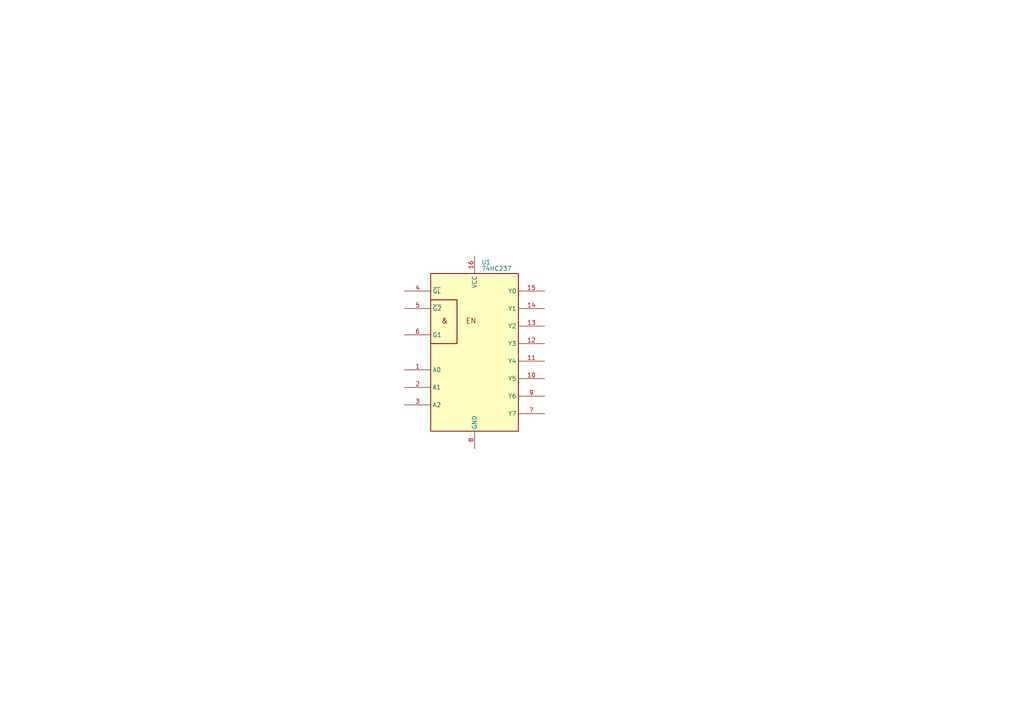
<source format=kicad_sch>
(kicad_sch (version 20250318) (generator eeschema)
  (paper "A4")
  (title_block)
  (lib_symbols
    (symbol "74xx_IEEE:74HC237" (pin_names (offset 0.508))
      (property "Reference" "U" (at 7.62 17.780001 0))
      (property "Value" "74HC237" (at 17.780001 -33.02 0))
      (symbol "74HC237_0_0"
        (pin power_in line (at 0 20.32 270) (length 5.08) (name "VCC") (number "16"))
        (text "&" (at -8.636 1.524 0) (effects (font (size 1.524 1.524))))
        (text "EN" (at -1.016 1.524 0) (effects (font (size 1.524 1.524))))
      )
      (symbol "74HC237_0_1"
        (pin power_in line (at 0 -35.560001 90) (length 5.08) (name "GND") (number "8"))
        (rectangle (start -12.7 15.24) (end 12.7 -30.48) (stroke (width 0.254)) (fill (type background)))
        (polyline (pts (xy -12.7 7.62) (xy -5.08 7.62) (xy -5.08 -5.08) (xy -12.7 -5.08) (xy -12.7 -5.08)) (stroke (width 0.254)) (fill (type background)))
      )
      (symbol "74HC237_1_1"
        (pin input line (at -20.32 10.16 0) (length 7.62) (name "~{GL}") (number "4"))
        (pin input line (at -20.32 5.08 0) (length 7.62) (name "~{G2}") (number "5"))
        (pin input line (at -20.32 -2.54 0) (length 7.62) (name "G1") (number "6"))
        (pin input line (at -20.32 -12.7 0) (length 7.62) (name "A0") (number "1"))
        (pin input line (at -20.32 -17.780001 0) (length 7.62) (name "A1") (number "2"))
        (pin input line (at -20.32 -22.860001 0) (length 7.62) (name "A2") (number "3"))
        (pin output line (at 20.32 10.16 180) (length 7.62) (name "Y0") (number "15"))
        (pin output line (at 20.32 5.08 180) (length 7.62) (name "Y1") (number "14"))
        (pin output line (at 20.32 0 180) (length 7.62) (name "Y2") (number "13"))
        (pin output line (at 20.32 -5.08 180) (length 7.62) (name "Y3") (number "12"))
        (pin output line (at 20.32 -10.16 180) (length 7.62) (name "Y4") (number "11"))
        (pin output line (at 20.32 -15.24 180) (length 7.62) (name "Y5") (number "10"))
        (pin output line (at 20.32 -20.32 180) (length 7.62) (name "Y6") (number "9"))
        (pin output line (at 20.32 -25.4 180) (length 7.62) (name "Y7") (number "7"))
      )
    )
  )
  (symbol (lib_id "74xx_IEEE:74HC237") (at 137.637031 94.578349 0) (unit 1)
    (property "Reference" "U1" (at 139.587993 76.064773 0) (effects (justify left)))
    (property "Value" "74HC237" (at 139.587993 77.898411 0) (effects (justify left)))
  )
)
</source>
